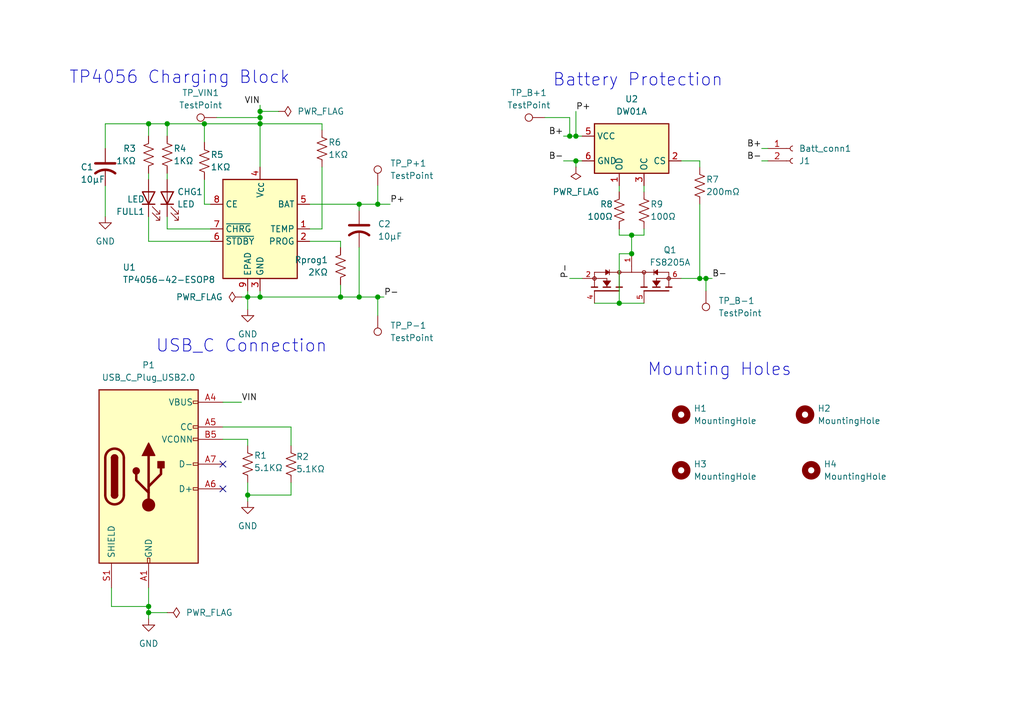
<source format=kicad_sch>
(kicad_sch (version 20250114) (generator "eeschema") (generator_version "9.0")
  (paper "A5")
  (lib_symbols
    (symbol "Battery_Management:DW01A"
      (property "Reference" "U" (at -6.604 6.35 0))
      (property "Value" "DW01A" (at 4.318 6.604 0))
      (symbol "DW01A_0_1"
        (pin power_in line (at -10.16 2.54 0) (length 2.54) (name "VCC") (number "5"))
        (pin power_in line (at -10.16 -2.54 0) (length 2.54) (name "GND") (number "6"))
        (pin output line (at -2.54 -7.62 90) (length 2.54) (name "OD") (number "1"))
        (pin output line (at 2.54 -7.62 90) (length 2.54) (name "OC") (number "3"))
        (pin input line (at 10.16 -2.54 180) (length 2.54) (name "CS") (number "2"))
      )
      (symbol "DW01A_1_1"
        (rectangle (start -7.62 5.08) (end 7.62 -5.08) (stroke (width 0.254)) (fill (type background)))
        (pin no_connect line (at 10.16 2.54 180) (length 2.54) (hide yes) (name "TD") (number "4"))
      )
    )
    (symbol "Battery_Management:TP4056-42-ESOP8"
      (property "Reference" "U" (at -6.604 11.684 0))
      (property "Value" "TP4056-42-ESOP8" (at 10.16 11.684 0))
      (symbol "TP4056-42-ESOP8_1_0"
        (pin input line (at -10.16 5.08 0) (length 2.54) (name "CE") (number "8"))
        (pin open_collector line (at -10.16 0 0) (length 2.54) (name "~{CHRG}") (number "7"))
        (pin open_collector line (at -10.16 -2.54 0) (length 2.54) (name "~{STDBY}") (number "6"))
        (pin passive line (at -2.54 -12.7 90) (length 2.54) (name "EPAD") (number "9"))
        (pin power_in line (at 0 12.7 270) (length 2.54) (name "V_{CC}") (number "4"))
        (pin power_in line (at 0 -12.7 90) (length 2.54) (name "GND") (number "3"))
        (pin power_out line (at 10.16 5.08 180) (length 2.54) (name "BAT") (number "5"))
        (pin input line (at 10.16 0 180) (length 2.54) (name "TEMP") (number "1"))
        (pin passive line (at 10.16 -2.54 180) (length 2.54) (name "PROG") (number "2"))
      )
      (symbol "TP4056-42-ESOP8_1_1"
        (rectangle (start -7.62 10.16) (end 7.62 -10.16) (stroke (width 0.254)) (fill (type background)))
      )
    )
    (symbol "Connector:Conn_01x02_Socket" (pin_names (offset 1.016) (hide yes))
      (property "Reference" "J" (at 0 2.54 0))
      (property "Value" "Conn_01x02_Socket" (at 0 -5.08 0))
      (symbol "Conn_01x02_Socket_1_1"
        (polyline (pts (xy -1.27 0) (xy -0.508 0)) (stroke (width 0.1524)))
        (polyline (pts (xy -1.27 -2.54) (xy -0.508 -2.54)) (stroke (width 0.1524)))
        (arc (start 0 -0.508) (mid -0.5058 0) (end 0 0.508) (stroke (width 0.1524)))
        (arc (start 0 -3.048) (mid -0.5058 -2.54) (end 0 -2.032) (stroke (width 0.1524)))
        (pin passive line (at -5.08 0 0) (length 3.81) (name "Pin_1") (number "1"))
        (pin passive line (at -5.08 -2.54 0) (length 3.81) (name "Pin_2") (number "2"))
      )
    )
    (symbol "Connector:TestPoint" (pin_numbers (hide yes)) (pin_names (offset 0.762) (hide yes))
      (property "Reference" "TP" (at 0 6.858 0))
      (property "Value" "TestPoint" (at 0 5.08 0))
      (symbol "TestPoint_0_1"
        (circle (center 0 3.302) (radius 0.762))
      )
      (symbol "TestPoint_1_1"
        (pin passive line (at 0 0 90) (length 2.54) (name "1") (number "1"))
      )
    )
    (symbol "Connector:USB_C_Plug_USB2.0" (pin_names (offset 1.016))
      (property "Reference" "P" (at -10.16 19.05 0))
      (property "Value" "USB_C_Plug_USB2.0" (at 12.7 19.05 0))
      (symbol "USB_C_Plug_USB2.0_0_0"
        (rectangle (start -0.254 -17.78) (end 0.254 -16.764))
        (rectangle (start 10.16 15.494) (end 9.144 14.986))
        (rectangle (start 10.16 10.414) (end 9.144 9.906))
        (rectangle (start 10.16 7.874) (end 9.144 7.366))
        (rectangle (start 10.16 2.794) (end 9.144 2.286))
        (rectangle (start 10.16 -2.286) (end 9.144 -2.794))
      )
      (symbol "USB_C_Plug_USB2.0_0_1"
        (rectangle (start -10.16 17.78) (end 10.16 -17.78) (stroke (width 0.254)) (fill (type background)))
        (polyline (pts (xy -8.89 -3.81) (xy -8.89 3.81)) (stroke (width 0.508)))
        (rectangle (start -7.62 -3.81) (end -6.35 3.81) (stroke (width 0.254)) (fill (type outline)))
        (arc (start -7.62 3.81) (mid -6.985 4.4423) (end -6.35 3.81) (stroke (width 0.254)))
        (arc (start -7.62 3.81) (mid -6.985 4.4423) (end -6.35 3.81) (stroke (width 0.254)) (fill (type outline)))
        (arc (start -8.89 3.81) (mid -6.985 5.7067) (end -5.08 3.81) (stroke (width 0.508)))
        (arc (start -5.08 -3.81) (mid -6.985 -5.7067) (end -8.89 -3.81) (stroke (width 0.508)))
        (arc (start -6.35 -3.81) (mid -6.985 -4.4423) (end -7.62 -3.81) (stroke (width 0.254)))
        (arc (start -6.35 -3.81) (mid -6.985 -4.4423) (end -7.62 -3.81) (stroke (width 0.254)) (fill (type outline)))
        (polyline (pts (xy -5.08 3.81) (xy -5.08 -3.81)) (stroke (width 0.508)))
        (circle (center -2.54 1.143) (radius 0.635) (stroke (width 0.254)) (fill (type outline)))
        (polyline (pts (xy -1.27 4.318) (xy 0 6.858) (xy 1.27 4.318) (xy -1.27 4.318)) (stroke (width 0.254)) (fill (type outline)))
        (polyline (pts (xy 0 -2.032) (xy 2.54 0.508) (xy 2.54 1.778)) (stroke (width 0.508)))
        (polyline (pts (xy 0 -3.302) (xy -2.54 -0.762) (xy -2.54 0.508)) (stroke (width 0.508)))
        (polyline (pts (xy 0 -5.842) (xy 0 4.318)) (stroke (width 0.508)))
        (circle (center 0 -5.842) (radius 1.27) (fill (type outline)))
        (rectangle (start 1.905 1.778) (end 3.175 3.048) (stroke (width 0.254)) (fill (type outline)))
      )
      (symbol "USB_C_Plug_USB2.0_1_1"
        (pin passive line (at -7.62 -22.86 90) (length 5.08) (name "SHIELD") (number "S1"))
        (pin passive line (at 0 -22.86 90) (length 5.08) (name "GND") (number "A1"))
        (pin passive line (at 0 -22.86 90) (length 5.08) (hide yes) (name "GND") (number "A12"))
        (pin passive line (at 0 -22.86 90) (length 5.08) (hide yes) (name "GND") (number "B1"))
        (pin passive line (at 0 -22.86 90) (length 5.08) (hide yes) (name "GND") (number "B12"))
        (pin passive line (at 15.24 15.24 180) (length 5.08) (name "VBUS") (number "A4"))
        (pin passive line (at 15.24 15.24 180) (length 5.08) (hide yes) (name "VBUS") (number "A9"))
        (pin passive line (at 15.24 15.24 180) (length 5.08) (hide yes) (name "VBUS") (number "B4"))
        (pin passive line (at 15.24 15.24 180) (length 5.08) (hide yes) (name "VBUS") (number "B9"))
        (pin bidirectional line (at 15.24 10.16 180) (length 5.08) (name "CC") (number "A5"))
        (pin bidirectional line (at 15.24 7.62 180) (length 5.08) (name "VCONN") (number "B5"))
        (pin bidirectional line (at 15.24 2.54 180) (length 5.08) (name "D-") (number "A7"))
        (pin bidirectional line (at 15.24 -2.54 180) (length 5.08) (name "D+") (number "A6"))
      )
    )
    (symbol "Device:C_US" (pin_numbers (hide yes)) (pin_names (offset 0.254) (hide yes))
      (property "Reference" "C" (at 0.635 2.54 0))
      (property "Value" "C_US" (at 0.635 -2.54 0))
      (symbol "C_US_0_1"
        (polyline (pts (xy -2.032 0.762) (xy 2.032 0.762)) (stroke (width 0.508)))
        (arc (start -2.032 -1.27) (mid 0 -0.5572) (end 2.032 -1.27) (stroke (width 0.508)))
      )
      (symbol "C_US_1_1"
        (pin passive line (at 0 3.81 270) (length 2.794) (name "~") (number "1"))
        (pin passive line (at 0 -3.81 90) (length 3.302) (name "~") (number "2"))
      )
    )
    (symbol "Device:LED" (pin_numbers (hide yes)) (pin_names (offset 1.016) (hide yes))
      (property "Reference" "D" (at 0 2.54 0))
      (property "Value" "LED" (at 0 -2.54 0))
      (symbol "LED_0_1"
        (polyline (pts (xy -3.048 -0.762) (xy -4.572 -2.286) (xy -3.81 -2.286) (xy -4.572 -2.286) (xy -4.572 -1.524)))
        (polyline (pts (xy -1.778 -0.762) (xy -3.302 -2.286) (xy -2.54 -2.286) (xy -3.302 -2.286) (xy -3.302 -1.524)))
        (polyline (pts (xy -1.27 0) (xy 1.27 0)))
        (polyline (pts (xy -1.27 -1.27) (xy -1.27 1.27)) (stroke (width 0.254)))
        (polyline (pts (xy 1.27 -1.27) (xy 1.27 1.27) (xy -1.27 0) (xy 1.27 -1.27)) (stroke (width 0.254)))
      )
      (symbol "LED_1_1"
        (pin passive line (at -3.81 0 0) (length 2.54) (name "K") (number "1"))
        (pin passive line (at 3.81 0 180) (length 2.54) (name "A") (number "2"))
      )
    )
    (symbol "Device:R_US" (pin_numbers (hide yes)) (pin_names (offset 0))
      (property "Reference" "R" (at 2.54 0 90))
      (property "Value" "R_US" (at -2.54 0 90))
      (symbol "R_US_0_1"
        (polyline (pts (xy 0 2.286) (xy 0 2.54)))
        (polyline (pts (xy 0 2.286) (xy 1.016 1.905) (xy 0 1.524) (xy -1.016 1.143) (xy 0 0.762)))
        (polyline (pts (xy 0 0.762) (xy 1.016 0.381) (xy 0 0) (xy -1.016 -0.381) (xy 0 -0.762)))
        (polyline (pts (xy 0 -0.762) (xy 1.016 -1.143) (xy 0 -1.524) (xy -1.016 -1.905) (xy 0 -2.286)))
        (polyline (pts (xy 0 -2.286) (xy 0 -2.54)))
      )
      (symbol "R_US_1_1"
        (pin passive line (at 0 3.81 270) (length 1.27) (name "~") (number "1"))
        (pin passive line (at 0 -3.81 90) (length 1.27) (name "~") (number "2"))
      )
    )
    (symbol "FS8205A_Dual_MOSFET:FS8205A" (pin_names (offset 1.016))
      (property "Reference" "Q" (at -11.43 7.62 0))
      (property "Value" "FS8205A" (at -11.43 -12.7 0))
      (symbol "FS8205A_0_0"
        (polyline (pts (xy -2.54 7.62) (xy -2.54 2.54)) (stroke (width 0.254)))
        (polyline (pts (xy -2.54 -2.54) (xy -2.54 -7.62)) (stroke (width 0.254)))
        (polyline (pts (xy -1.778 8.255) (xy -1.778 7.62)) (stroke (width 0.254)))
        (polyline (pts (xy -1.778 7.62) (xy -1.778 6.985)) (stroke (width 0.254)))
        (polyline (pts (xy -1.778 7.62) (xy 1.27 7.62)) (stroke (width 0.1524)))
        (polyline (pts (xy -1.778 5.842) (xy -1.778 5.08)) (stroke (width 0.254)))
        (polyline (pts (xy -1.778 5.08) (xy -1.778 4.318)) (stroke (width 0.254)))
        (polyline (pts (xy -1.778 5.08) (xy 0 5.08)) (stroke (width 0.1524)))
        (polyline (pts (xy -1.778 3.175) (xy -1.778 2.54)) (stroke (width 0.254)))
        (polyline (pts (xy -1.778 2.54) (xy -1.778 1.905)) (stroke (width 0.254)))
        (polyline (pts (xy -1.778 -1.905) (xy -1.778 -2.54)) (stroke (width 0.254)))
        (polyline (pts (xy -1.778 -2.54) (xy -1.778 -3.175)) (stroke (width 0.254)))
        (polyline (pts (xy -1.778 -2.54) (xy 1.27 -2.54)) (stroke (width 0.1524)))
        (polyline (pts (xy -1.778 -4.318) (xy -1.778 -5.08)) (stroke (width 0.254)))
        (polyline (pts (xy -1.778 -5.08) (xy -1.778 -5.842)) (stroke (width 0.254)))
        (polyline (pts (xy -1.778 -5.08) (xy 0 -5.08)) (stroke (width 0.1524)))
        (polyline (pts (xy -1.778 -6.985) (xy -1.778 -7.62)) (stroke (width 0.254)))
        (polyline (pts (xy -1.778 -7.62) (xy -1.778 -8.255)) (stroke (width 0.254)))
        (polyline (pts (xy -1.524 5.08) (xy -0.508 5.842) (xy -0.508 4.318) (xy -1.524 5.08)) (stroke (width 0.1524)) (fill (type outline)))
        (polyline (pts (xy -1.524 -5.08) (xy -0.508 -4.318) (xy -0.508 -5.842) (xy -1.524 -5.08)) (stroke (width 0.1524)) (fill (type outline)))
        (circle (center 0 7.62) (radius 0.3592))
        (polyline (pts (xy 0 7.62) (xy 0 5.08)) (stroke (width 0.1524)))
        (polyline (pts (xy 0 -5.08) (xy 0 -7.62)) (stroke (width 0.1524)))
        (polyline (pts (xy 0 -7.62) (xy -1.778 -7.62)) (stroke (width 0.1524)))
        (polyline (pts (xy 0 -7.62) (xy 1.27 -7.62)) (stroke (width 0.1524)))
        (circle (center 0 -7.62) (radius 0.3592))
        (polyline (pts (xy 0.762 4.572) (xy 1.27 4.572)) (stroke (width 0.1524)))
        (polyline (pts (xy 1.27 4.572) (xy 1.27 7.62)) (stroke (width 0.1524)))
        (polyline (pts (xy 1.27 4.572) (xy 1.778 4.572)) (stroke (width 0.1524)))
        (polyline (pts (xy 1.27 4.572) (xy 1.778 5.334) (xy 0.762 5.334) (xy 1.27 4.572)) (stroke (width 0.1524)) (fill (type outline)))
        (polyline (pts (xy 1.27 2.54) (xy -1.778 2.54)) (stroke (width 0.1524)))
        (polyline (pts (xy 1.27 2.54) (xy 1.27 4.572)) (stroke (width 0.1524)))
        (circle (center 1.27 2.54) (radius 0.3592))
        (polyline (pts (xy 1.27 0) (xy 1.27 2.54)) (stroke (width 0.1524)))
        (polyline (pts (xy 1.27 0) (xy 2.54 0)) (stroke (width 0.1524)))
        (polyline (pts (xy 1.27 -2.54) (xy 1.27 0)) (stroke (width 0.1524)))
        (polyline (pts (xy 1.27 -2.54) (xy 1.27 -4.572)) (stroke (width 0.1524)))
        (circle (center 1.27 -2.54) (radius 0.3592))
        (polyline (pts (xy 1.27 -4.572) (xy 0.762 -4.572)) (stroke (width 0.1524)))
        (polyline (pts (xy 1.27 -4.572) (xy 1.27 -7.62)) (stroke (width 0.1524)))
        (polyline (pts (xy 1.27 -4.572) (xy 0.762 -5.334) (xy 1.778 -5.334) (xy 1.27 -4.572)) (stroke (width 0.1524)) (fill (type outline)))
        (polyline (pts (xy 1.778 -4.572) (xy 1.27 -4.572)) (stroke (width 0.1524)))
        (pin passive line (at -5.08 2.54 0) (length 2.54) (name "~") (number "5"))
        (pin passive line (at -5.08 -7.62 0) (length 2.54) (name "~") (number "4"))
        (pin passive line (at 0 10.16 270) (length 2.54) (name "~") (number "6"))
        (pin passive line (at 0 10.16 270) (length 2.54) (hide yes) (name "~") (number "7"))
        (pin passive line (at 0 -10.16 90) (length 2.54) (name "~") (number "2"))
        (pin passive line (at 0 -10.16 90) (length 2.54) (hide yes) (name "~") (number "3"))
        (pin passive line (at 5.08 0 180) (length 2.54) (name "~") (number "1"))
        (pin passive line (at 5.08 0 180) (length 2.54) (hide yes) (name "~") (number "8"))
      )
    )
    (symbol "Mechanical:MountingHole" (pin_names (offset 1.016)) (in_bom no)
      (property "Reference" "H" (at 0 5.08 0))
      (property "Value" "MountingHole" (at 0 3.175 0))
      (symbol "MountingHole_0_1"
        (circle (center 0 0) (radius 1.27) (stroke (width 1.27)))
      )
    )
    (symbol "power:GND" (power) (pin_numbers (hide yes)) (pin_names (offset 0) (hide yes))
      (property "Value" "GND" (at 0 -3.81 0))
      (symbol "GND_0_1"
        (polyline (pts (xy 0 0) (xy 0 -1.27) (xy 1.27 -1.27) (xy 0 -2.54) (xy -1.27 -1.27) (xy 0 -1.27)))
      )
      (symbol "GND_1_1"
        (pin power_in line (at 0 0 270) (length 0) (name "~") (number "1"))
      )
    )
    (symbol "power:PWR_FLAG" (power) (pin_numbers (hide yes)) (pin_names (offset 0) (hide yes))
      (property "Value" "PWR_FLAG" (at 0 3.81 0))
      (symbol "PWR_FLAG_0_0"
        (pin power_out line (at 0 0 90) (length 0) (name "~") (number "1"))
      )
      (symbol "PWR_FLAG_0_1"
        (polyline (pts (xy 0 0) (xy 0 1.27) (xy -1.016 1.905) (xy 0 2.54) (xy 1.016 1.905) (xy 0 1.27)))
      )
    )
  )
  (text "Battery Protection" (at 130.81 16.51 0) (effects (font (size 2.54 2.54))))
  (text "USB_C Connection" (at 49.53 71.12 0) (effects (font (size 2.54 2.54))))
  (text "Mounting Holes" (at 147.574 75.946 0) (effects (font (size 2.54 2.54))))
  (text "TP4056 Charging Block" (at 36.83 16.002 0) (effects (font (size 2.54 2.54))))
  (junction (at 118.11 33.02))
  (junction (at 118.11 27.94))
  (junction (at 30.48 25.4))
  (junction (at 53.34 22.86))
  (junction (at 73.66 60.96))
  (junction (at 77.47 41.91))
  (junction (at 129.54 52.07))
  (junction (at 127 62.23))
  (junction (at 129.54 48.26))
  (junction (at 34.29 25.4))
  (junction (at 143.51 57.15))
  (junction (at 41.91 25.4))
  (junction (at 77.47 60.96))
  (junction (at 144.78 57.15))
  (junction (at 53.34 60.96))
  (junction (at 50.8 60.96))
  (junction (at 69.85 60.96))
  (junction (at 50.8 101.6))
  (junction (at 53.34 24.13))
  (junction (at 30.48 124.46))
  (junction (at 73.66 41.91))
  (junction (at 116.84 27.94))
  (junction (at 53.34 25.4))
  (junction (at 30.48 125.73))
  (no_connect (at 45.72 100.33))
  (no_connect (at 45.72 95.25))
  (wire (pts (xy 143.51 34.29) (xy 143.51 33.02)))
  (wire (pts (xy 69.85 49.53) (xy 69.85 50.8)))
  (wire (pts (xy 69.85 58.42) (xy 69.85 60.96)))
  (wire (pts (xy 127 46.99) (xy 127 48.26)))
  (wire (pts (xy 132.08 39.37) (xy 132.08 38.1)))
  (wire (pts (xy 59.69 91.44) (xy 59.69 87.63)))
  (wire (pts (xy 30.48 124.46) (xy 30.48 125.73)))
  (wire (pts (xy 144.78 57.15) (xy 144.78 59.69)))
  (wire (pts (xy 118.11 22.86) (xy 118.11 27.94)))
  (wire (pts (xy 111.76 24.13) (xy 116.84 24.13)))
  (wire (pts (xy 143.51 57.15) (xy 144.78 57.15)))
  (wire (pts (xy 144.78 57.15) (xy 146.05 57.15)))
  (wire (pts (xy 30.48 125.73) (xy 30.48 127)))
  (wire (pts (xy 50.8 90.17) (xy 50.8 91.44)))
  (wire (pts (xy 73.66 43.18) (xy 73.66 41.91)))
  (wire (pts (xy 118.11 33.02) (xy 118.11 34.29)))
  (wire (pts (xy 73.66 41.91) (xy 77.47 41.91)))
  (wire (pts (xy 116.84 24.13) (xy 116.84 27.94)))
  (wire (pts (xy 34.29 27.94) (xy 34.29 25.4)))
  (wire (pts (xy 50.8 101.6) (xy 50.8 102.87)))
  (wire (pts (xy 22.86 124.46) (xy 30.48 124.46)))
  (wire (pts (xy 127 52.07) (xy 127 62.23)))
  (wire (pts (xy 118.11 33.02) (xy 119.38 33.02)))
  (wire (pts (xy 143.51 41.91) (xy 143.51 57.15)))
  (wire (pts (xy 66.04 34.29) (xy 66.04 46.99)))
  (wire (pts (xy 30.48 125.73) (xy 34.29 125.73)))
  (wire (pts (xy 49.53 60.96) (xy 50.8 60.96)))
  (wire (pts (xy 129.54 48.26) (xy 129.54 52.07)))
  (wire (pts (xy 139.7 57.15) (xy 143.51 57.15)))
  (wire (pts (xy 127 38.1) (xy 127 39.37)))
  (wire (pts (xy 53.34 22.86) (xy 57.15 22.86)))
  (wire (pts (xy 66.04 25.4) (xy 66.04 26.67)))
  (wire (pts (xy 59.69 87.63) (xy 45.72 87.63)))
  (wire (pts (xy 34.29 46.99) (xy 43.18 46.99)))
  (wire (pts (xy 77.47 60.96) (xy 77.47 64.77)))
  (wire (pts (xy 43.18 41.91) (xy 41.91 41.91)))
  (wire (pts (xy 143.51 33.02) (xy 139.7 33.02)))
  (wire (pts (xy 132.08 48.26) (xy 132.08 46.99)))
  (wire (pts (xy 118.11 27.94) (xy 119.38 27.94)))
  (wire (pts (xy 30.48 120.65) (xy 30.48 124.46)))
  (wire (pts (xy 69.85 60.96) (xy 53.34 60.96)))
  (wire (pts (xy 53.34 24.13) (xy 53.34 25.4)))
  (wire (pts (xy 41.91 41.91) (xy 41.91 36.83)))
  (wire (pts (xy 66.04 46.99) (xy 63.5 46.99)))
  (wire (pts (xy 22.86 120.65) (xy 22.86 124.46)))
  (wire (pts (xy 53.34 59.69) (xy 53.34 60.96)))
  (wire (pts (xy 116.84 27.94) (xy 118.11 27.94)))
  (wire (pts (xy 53.34 21.59) (xy 53.34 22.86)))
  (wire (pts (xy 59.69 101.6) (xy 50.8 101.6)))
  (wire (pts (xy 21.59 30.48) (xy 21.59 25.4)))
  (wire (pts (xy 73.66 60.96) (xy 77.47 60.96)))
  (wire (pts (xy 50.8 60.96) (xy 50.8 63.5)))
  (wire (pts (xy 53.34 25.4) (xy 53.34 34.29)))
  (wire (pts (xy 73.66 50.8) (xy 73.66 60.96)))
  (wire (pts (xy 59.69 99.06) (xy 59.69 101.6)))
  (wire (pts (xy 69.85 60.96) (xy 73.66 60.96)))
  (wire (pts (xy 21.59 38.1) (xy 21.59 44.45)))
  (wire (pts (xy 44.45 24.13) (xy 53.34 24.13)))
  (wire (pts (xy 30.48 35.56) (xy 30.48 36.83)))
  (wire (pts (xy 41.91 29.21) (xy 41.91 25.4)))
  (wire (pts (xy 127 48.26) (xy 129.54 48.26)))
  (wire (pts (xy 63.5 49.53) (xy 69.85 49.53)))
  (wire (pts (xy 53.34 25.4) (xy 66.04 25.4)))
  (wire (pts (xy 77.47 41.91) (xy 80.01 41.91)))
  (wire (pts (xy 21.59 25.4) (xy 30.48 25.4)))
  (wire (pts (xy 121.92 62.23) (xy 127 62.23)))
  (wire (pts (xy 30.48 49.53) (xy 43.18 49.53)))
  (wire (pts (xy 127 52.07) (xy 129.54 52.07)))
  (wire (pts (xy 45.72 82.55) (xy 49.53 82.55)))
  (wire (pts (xy 119.38 57.15) (xy 116.84 57.15)))
  (wire (pts (xy 53.34 22.86) (xy 53.34 24.13)))
  (wire (pts (xy 34.29 44.45) (xy 34.29 46.99)))
  (wire (pts (xy 156.21 30.48) (xy 157.48 30.48)))
  (wire (pts (xy 50.8 60.96) (xy 53.34 60.96)))
  (wire (pts (xy 156.21 33.02) (xy 157.48 33.02)))
  (wire (pts (xy 50.8 99.06) (xy 50.8 101.6)))
  (wire (pts (xy 73.66 41.91) (xy 63.5 41.91)))
  (wire (pts (xy 30.48 25.4) (xy 34.29 25.4)))
  (wire (pts (xy 45.72 90.17) (xy 50.8 90.17)))
  (wire (pts (xy 30.48 44.45) (xy 30.48 49.53)))
  (wire (pts (xy 34.29 35.56) (xy 34.29 36.83)))
  (wire (pts (xy 30.48 27.94) (xy 30.48 25.4)))
  (wire (pts (xy 50.8 59.69) (xy 50.8 60.96)))
  (wire (pts (xy 77.47 60.96) (xy 78.74 60.96)))
  (wire (pts (xy 41.91 25.4) (xy 53.34 25.4)))
  (wire (pts (xy 127 62.23) (xy 132.08 62.23)))
  (wire (pts (xy 115.57 27.94) (xy 116.84 27.94)))
  (wire (pts (xy 77.47 38.1) (xy 77.47 41.91)))
  (wire (pts (xy 34.29 25.4) (xy 41.91 25.4)))
  (wire (pts (xy 129.54 48.26) (xy 132.08 48.26)))
  (wire (pts (xy 115.57 33.02) (xy 118.11 33.02)))
  (label "VIN" (at 53.34 21.59 180))
  (label "B+" (at 156.21 30.48 180))
  (label "B+" (at 115.57 27.94 180))
  (label "VIN" (at 49.53 82.55 0))
  (label "P-" (at 116.84 57.15 90))
  (label "P-" (at 78.74 60.96 0))
  (label "P+" (at 80.01 41.91 0))
  (label "B-" (at 156.21 33.02 180))
  (label "B-" (at 146.05 57.15 0))
  (label "B-" (at 115.57 33.02 180))
  (label "P+" (at 118.11 22.86 0))
  (symbol (lib_id "power:GND") (at 50.8 102.87 0) (unit 1)
    (property "Reference" "#PWR02" (effects (hide yes)))
    (property "Value" "GND" (at 50.8 107.95 0))
    (property "Description" "Power symbol creates a global label with name \"GND\" , ground" (effects (hide yes)))
  )
  (symbol (lib_id "Device:R_US") (at 143.51 38.1 0) (unit 1)
    (property "Reference" "R7" (at 144.78 36.83 0) (effects (justify left)))
    (property "Value" "200mΩ" (at 144.78 39.37 0) (effects (justify left)))
    (property "Footprint" "Resistor_SMD:R_0603_1608Metric" (effects (hide yes)))
    (property "Description" "Resistor, US symbol" (effects (hide yes)))
  )
  (symbol (lib_id "power:PWR_FLAG") (at 57.15 22.86 270) (unit 1)
    (property "Reference" "#FLG01" (effects (hide yes)))
    (property "Value" "PWR_FLAG" (at 60.96 22.8599 90) (effects (justify left)))
    (property "Description" "Special symbol for telling ERC where power comes from" (effects (hide yes)))
  )
  (symbol (lib_id "Mechanical:MountingHole") (at 139.7 85.09 0) (unit 1) (in_bom no)
    (property "Reference" "H1" (at 142.24 83.8199 0) (effects (justify left)))
    (property "Value" "MountingHole" (at 142.24 86.3599 0) (effects (justify left)))
    (property "Footprint" "MountingHole:MountingHole_2.2mm_M2_DIN965_Pad" (effects (hide yes)))
    (property "Description" "Mounting Hole without connection" (effects (hide yes)))
  )
  (symbol (lib_id "Device:C_US") (at 73.66 46.99 0) (unit 1)
    (property "Reference" "C2" (at 77.47 45.9739 0) (effects (justify left)))
    (property "Value" "10µF" (at 77.47 48.5139 0) (effects (justify left)))
    (property "Footprint" "Capacitor_SMD:C_0201_0603Metric" (effects (hide yes)))
    (property "Description" "capacitor, US symbol" (effects (hide yes)))
  )
  (symbol (lib_id "Mechanical:MountingHole") (at 139.7 96.52 0) (unit 1) (in_bom no)
    (property "Reference" "H3" (at 142.24 95.2499 0) (effects (justify left)))
    (property "Value" "MountingHole" (at 142.24 97.7899 0) (effects (justify left)))
    (property "Footprint" "MountingHole:MountingHole_2.2mm_M2_DIN965_Pad" (effects (hide yes)))
    (property "Description" "Mounting Hole without connection" (effects (hide yes)))
  )
  (symbol (lib_id "Device:R_US") (at 59.69 95.25 0) (unit 1)
    (property "Reference" "R2" (at 60.706 93.726 0) (effects (justify left)))
    (property "Value" "5.1KΩ" (at 60.706 96.266 0) (effects (justify left)))
    (property "Footprint" "Resistor_SMD:R_0603_1608Metric" (effects (hide yes)))
    (property "Description" "Resistor, US symbol" (effects (hide yes)))
  )
  (symbol (lib_id "power:GND") (at 30.48 127 0) (unit 1)
    (property "Reference" "#PWR01" (effects (hide yes)))
    (property "Value" "GND" (at 30.48 132.08 0))
    (property "Description" "Power symbol creates a global label with name \"GND\" , ground" (effects (hide yes)))
  )
  (symbol (lib_id "Device:R_US") (at 66.04 30.48 0) (unit 1)
    (property "Reference" "R6" (at 67.31 29.21 0) (effects (justify left)))
    (property "Value" "1KΩ" (at 67.31 31.75 0) (effects (justify left)))
    (property "Footprint" "Resistor_SMD:R_0603_1608Metric" (effects (hide yes)))
    (property "Description" "Resistor, US symbol" (effects (hide yes)))
  )
  (symbol (lib_id "power:GND") (at 50.8 63.5 0) (unit 1)
    (property "Reference" "#PWR03" (effects (hide yes)))
    (property "Value" "GND" (at 50.8 68.58 0))
    (property "Description" "Power symbol creates a global label with name \"GND\" , ground" (effects (hide yes)))
  )
  (symbol (lib_id "power:PWR_FLAG") (at 118.11 34.29 180) (unit 1)
    (property "Reference" "#FLG03" (effects (hide yes)))
    (property "Value" "PWR_FLAG" (at 118.11 39.37 0))
    (property "Description" "Special symbol for telling ERC where power comes from" (effects (hide yes)))
  )
  (symbol (lib_id "Device:R_US") (at 50.8 95.25 0) (unit 1)
    (property "Reference" "R1" (at 52.07 93.472 0) (effects (justify left)))
    (property "Value" "5.1KΩ" (at 52.07 96.012 0) (effects (justify left)))
    (property "Footprint" "Resistor_SMD:R_0603_1608Metric" (effects (hide yes)))
    (property "Description" "Resistor, US symbol" (effects (hide yes)))
  )
  (symbol (lib_id "Connector:TestPoint") (at 77.47 64.77 180) (unit 1)
    (property "Reference" "TP_P-1" (at 80.01 66.8019 0) (effects (justify right)))
    (property "Value" "TestPoint" (at 80.01 69.3419 0) (effects (justify right)))
    (property "Footprint" "TestPoint:TestPoint_THTPad_D1.0mm_Drill0.5mm" (effects (hide yes)))
    (property "Description" "test point" (effects (hide yes)))
  )
  (symbol (lib_id "Battery_Management:TP4056-42-ESOP8") (at 53.34 46.99 0) (unit 1)
    (property "Reference" "U1" (at 25.146 54.864 0) (effects (justify left)))
    (property "Value" "TP4056-42-ESOP8" (at 25.146 57.404 0) (effects (justify left)))
    (property "Footprint" "Package_SO:HSOP-8-1EP_3.9x4.9mm_P1.27mm_EP2.41x3.1mm" (effects (hide yes)))
    (property "Datasheet" "https://www.lcsc.com/datasheet/lcsc_datasheet_2410121619_TOPPOWER-Nanjing-Extension-Microelectronics-TP4056-42-ESOP8_C16581.pdf" (effects (hide yes)))
    (property "Description" "1A Standalone Linear Li-ion/LiPo single-cell battery charger, 4.2V ±1% charge voltage, VCC = 4.0..8.0V, SOIC-8 (SOP-8)" (effects (hide yes)))
  )
  (symbol (lib_id "Connector:TestPoint") (at 144.78 59.69 180) (unit 1)
    (property "Reference" "TP_B-1" (at 147.32 61.7219 0) (effects (justify right)))
    (property "Value" "TestPoint" (at 147.32 64.2619 0) (effects (justify right)))
    (property "Footprint" "TestPoint:TestPoint_THTPad_D1.0mm_Drill0.5mm" (effects (hide yes)))
    (property "Description" "test point" (effects (hide yes)))
  )
  (symbol (lib_id "Device:R_US") (at 127 43.18 0) (mirror y) (unit 1)
    (property "Reference" "R8" (at 125.73 41.91 0) (effects (justify left)))
    (property "Value" "100Ω" (at 125.73 44.45 0) (effects (justify left)))
    (property "Footprint" "Resistor_SMD:R_0603_1608Metric" (effects (hide yes)))
    (property "Description" "Resistor, US symbol" (effects (hide yes)))
  )
  (symbol (lib_id "Device:LED") (at 34.29 40.64 90) (unit 1)
    (property "Reference" "CHG1" (at 36.322 39.37 90) (effects (justify right)))
    (property "Value" "LED" (at 36.322 41.91 90) (effects (justify right)))
    (property "Footprint" "LED_SMD:LED_0201_0603Metric" (effects (hide yes)))
    (property "Description" "Light emitting diode" (effects (hide yes)))
    (property "Sim.Pins" "1=K 2=A" (effects (hide yes)))
  )
  (symbol (lib_id "power:PWR_FLAG") (at 34.29 125.73 270) (unit 1)
    (property "Reference" "#FLG06" (effects (hide yes)))
    (property "Value" "PWR_FLAG" (at 38.1 125.7299 90) (effects (justify left)))
    (property "Description" "Special symbol for telling ERC where power comes from" (effects (hide yes)))
  )
  (symbol (lib_id "Device:R_US") (at 30.48 31.75 0) (mirror y) (unit 1)
    (property "Reference" "R3" (at 27.94 30.4799 0) (effects (justify left)))
    (property "Value" "1KΩ" (at 27.94 33.0199 0) (effects (justify left)))
    (property "Footprint" "Resistor_SMD:R_0603_1608Metric" (effects (hide yes)))
    (property "Description" "Resistor, US symbol" (effects (hide yes)))
  )
  (symbol (lib_id "Device:R_US") (at 34.29 31.75 0) (unit 1)
    (property "Reference" "R4" (at 35.56 30.48 0) (effects (justify left)))
    (property "Value" "1KΩ" (at 35.56 33.02 0) (effects (justify left)))
    (property "Footprint" "Resistor_SMD:R_0603_1608Metric" (effects (hide yes)))
    (property "Description" "Resistor, US symbol" (effects (hide yes)))
  )
  (symbol (lib_id "Device:LED") (at 30.48 40.64 90) (unit 1)
    (property "Reference" "FULL1" (at 29.718 43.434 90) (effects (justify left)))
    (property "Value" "LED" (at 29.718 40.894 90) (effects (justify left)))
    (property "Footprint" "LED_SMD:LED_0201_0603Metric" (effects (hide yes)))
    (property "Description" "Light emitting diode" (effects (hide yes)))
    (property "Sim.Pins" "1=K 2=A" (effects (hide yes)))
  )
  (symbol (lib_id "Device:R_US") (at 41.91 33.02 0) (unit 1)
    (property "Reference" "R5" (at 43.18 31.75 0) (effects (justify left)))
    (property "Value" "1KΩ" (at 43.18 34.29 0) (effects (justify left)))
    (property "Footprint" "Resistor_SMD:R_0603_1608Metric" (effects (hide yes)))
    (property "Description" "Resistor, US symbol" (effects (hide yes)))
  )
  (symbol (lib_id "Connector:USB_C_Plug_USB2.0") (at 30.48 97.79 0) (unit 1)
    (property "Reference" "P1" (at 30.48 74.93 0))
    (property "Value" "USB_C_Plug_USB2.0" (at 30.48 77.47 0))
    (property "Footprint" "Connector_USB:USB_C_Receptacle_GCT_USB4085" (effects (hide yes)))
    (property "Datasheet" "https://www.usb.org/sites/default/files/documents/usb_type-c.zip" (effects (hide yes)))
    (property "Description" "USB 2.0-only Type-C Plug connector" (effects (hide yes)))
  )
  (symbol (lib_id "Device:R_US") (at 132.08 43.18 0) (unit 1)
    (property "Reference" "R9" (at 133.35 41.91 0) (effects (justify left)))
    (property "Value" "100Ω" (at 133.35 44.45 0) (effects (justify left)))
    (property "Footprint" "Resistor_SMD:R_0603_1608Metric" (effects (hide yes)))
    (property "Description" "Resistor, US symbol" (effects (hide yes)))
  )
  (symbol (lib_id "Mechanical:MountingHole") (at 165.1 85.09 0) (unit 1) (in_bom no)
    (property "Reference" "H2" (at 167.64 83.8199 0) (effects (justify left)))
    (property "Value" "MountingHole" (at 167.64 86.3599 0) (effects (justify left)))
    (property "Footprint" "MountingHole:MountingHole_2.2mm_M2_DIN965_Pad" (effects (hide yes)))
    (property "Description" "Mounting Hole without connection" (effects (hide yes)))
  )
  (symbol (lib_id "Battery_Management:DW01A") (at 129.54 30.48 0) (unit 1)
    (property "Reference" "U2" (at 129.54 20.32 0))
    (property "Value" "DW01A" (at 129.54 22.86 0))
    (property "Footprint" "Package_TO_SOT_SMD:SOT-23-6" (effects (hide yes)))
    (property "Datasheet" "https://hmsemi.com/downfile/DW01A.PDF" (effects (hide yes)))
    (property "Description" "Overcharge, overcurrent and overdischarge protection IC for single cell lithium-ion/polymer battery" (effects (hide yes)))
  )
  (symbol (lib_id "Mechanical:MountingHole") (at 166.37 96.52 0) (unit 1) (in_bom no)
    (property "Reference" "H4" (at 168.91 95.2499 0) (effects (justify left)))
    (property "Value" "MountingHole" (at 168.91 97.7899 0) (effects (justify left)))
    (property "Footprint" "MountingHole:MountingHole_2.2mm_M2_DIN965_Pad" (effects (hide yes)))
    (property "Description" "Mounting Hole without connection" (effects (hide yes)))
  )
  (symbol (lib_id "Device:R_US") (at 69.85 54.61 0) (mirror y) (unit 1)
    (property "Reference" "Rprog1" (at 67.31 53.3399 0) (effects (justify left)))
    (property "Value" "2KΩ" (at 67.31 55.8799 0) (effects (justify left)))
    (property "Footprint" "Resistor_SMD:R_0603_1608Metric" (effects (hide yes)))
    (property "Description" "Resistor, US symbol" (effects (hide yes)))
  )
  (symbol (lib_id "Connector:TestPoint") (at 111.76 24.13 90) (unit 1)
    (property "Reference" "TP_B+1" (at 108.458 19.05 90))
    (property "Value" "TestPoint" (at 108.458 21.59 90))
    (property "Footprint" "TestPoint:TestPoint_THTPad_D1.0mm_Drill0.5mm" (effects (hide yes)))
    (property "Description" "test point" (effects (hide yes)))
  )
  (symbol (lib_id "power:PWR_FLAG") (at 49.53 60.96 90) (unit 1)
    (property "Reference" "#FLG02" (effects (hide yes)))
    (property "Value" "PWR_FLAG" (at 45.72 60.9599 90) (effects (justify left)))
    (property "Description" "Special symbol for telling ERC where power comes from" (effects (hide yes)))
  )
  (symbol (lib_id "power:GND") (at 21.59 44.45 0) (unit 1)
    (property "Reference" "#PWR04" (effects (hide yes)))
    (property "Value" "GND" (at 21.59 49.53 0))
    (property "Description" "Power symbol creates a global label with name \"GND\" , ground" (effects (hide yes)))
  )
  (symbol (lib_id "Connector:TestPoint") (at 77.47 38.1 0) (unit 1)
    (property "Reference" "TP_P+1" (at 80.01 33.5279 0) (effects (justify left)))
    (property "Value" "TestPoint" (at 80.01 36.0679 0) (effects (justify left)))
    (property "Footprint" "TestPoint:TestPoint_THTPad_D1.0mm_Drill0.5mm" (effects (hide yes)))
    (property "Description" "test point" (effects (hide yes)))
  )
  (symbol (lib_id "Connector:Conn_01x02_Socket") (at 162.56 30.48 0) (unit 1)
    (property "Reference" "Batt_conn1" (at 163.83 30.4799 0) (effects (justify left)))
    (property "Value" "J1" (at 163.83 33.0199 0) (effects (justify left)))
    (property "Footprint" "Connector_JST:JST_GH_BM02B-GHS-TBT_1x02-1MP_P1.25mm_Vertical" (effects (hide yes)))
    (property "Description" "Generic connector, single row, 01x02, script generated" (effects (hide yes)))
  )
  (symbol (lib_id "Connector:TestPoint") (at 44.45 24.13 90) (unit 1)
    (property "Reference" "TP_VIN1" (at 41.148 19.05 90))
    (property "Value" "TestPoint" (at 41.148 21.59 90))
    (property "Footprint" "TestPoint:TestPoint_THTPad_D1.0mm_Drill0.5mm" (effects (hide yes)))
    (property "Description" "test point" (effects (hide yes)))
  )
  (symbol (lib_id "Device:C_US") (at 21.59 34.29 0) (unit 1)
    (property "Reference" "C1" (at 16.51 34.29 0) (effects (justify left)))
    (property "Value" "10µF" (at 16.51 36.83 0) (effects (justify left)))
    (property "Footprint" "Capacitor_SMD:C_0201_0603Metric" (effects (hide yes)))
    (property "Description" "capacitor, US symbol" (effects (hide yes)))
  )
  (symbol (lib_id "FS8205A_Dual_MOSFET:FS8205A") (at 129.54 57.15 270) (mirror x) (unit 1)
    (property "Reference" "Q1" (at 137.414 51.308 90))
    (property "Value" "FS8205A" (at 137.414 53.848 90))
    (property "Footprint" "Package_SO:HSOP-8-1EP_3.9x4.9mm_P1.27mm_EP2.41x3.1mm" (effects (hide yes)))
    (property "MF" "Fortune Semiconductor" (effects (hide yes)))
    (property "MAXIMUM_PACKAGE_HEIGHT" "1.2mm" (effects (hide yes)))
    (property "Package" "Package" (effects (hide yes)))
    (property "Price" "None" (effects (hide yes)))
    (property "Check_prices" "https://www.snapeda.com/parts/FS8205A/Fortune+Semiconductor/view-part/?ref=eda" (effects (hide yes)))
    (property "STANDARD" "IPC 7351B" (effects (hide yes)))
    (property "PARTREV" "1.7" (effects (hide yes)))
    (property "SnapEDA_Link" "https://www.snapeda.com/parts/FS8205A/Fortune+Semiconductor/view-part/?ref=snap" (effects (hide yes)))
    (property "MP" "FS8205A" (effects (hide yes)))
    (property "Availability" "In Stock" (effects (hide yes)))
    (property "MANUFACTURER" "Fortune Semiconductor" (effects (hide yes)))
  )
)
</source>
